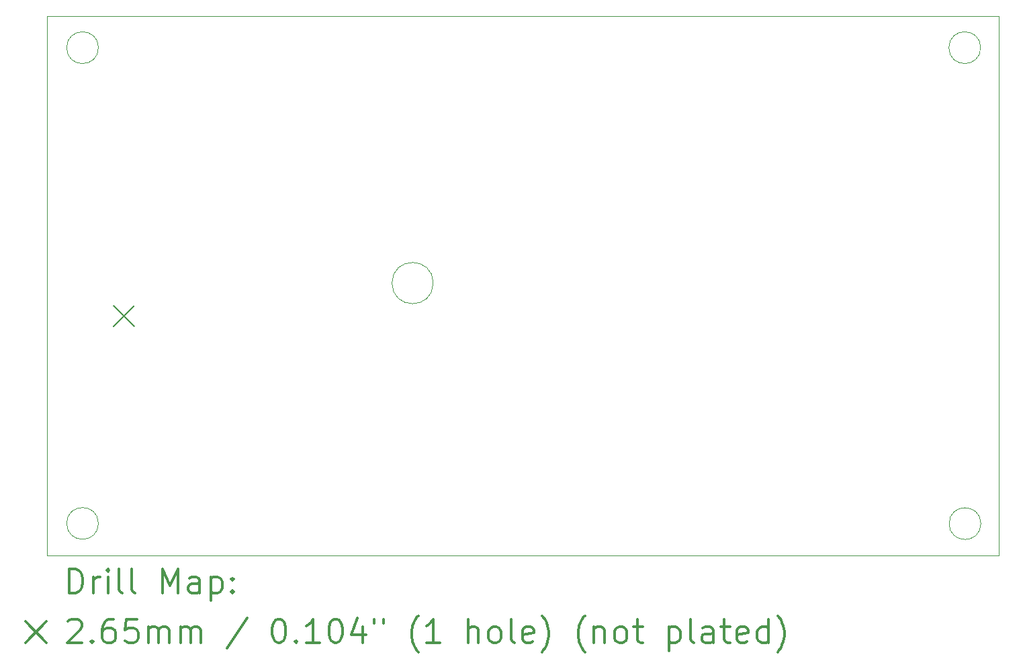
<source format=gbr>
%FSLAX45Y45*%
G04 Gerber Fmt 4.5, Leading zero omitted, Abs format (unit mm)*
G04 Created by KiCad (PCBNEW (5.1.6)-1) date 2022-02-26 06:54:06*
%MOMM*%
%LPD*%
G01*
G04 APERTURE LIST*
%TA.AperFunction,Profile*%
%ADD10C,0.050000*%
%TD*%
%ADD11C,0.200000*%
%ADD12C,0.300000*%
G04 APERTURE END LIST*
D10*
X12469780Y-9576528D02*
G75*
G03*
X12469780Y-9576528I-260000J0D01*
G01*
X8249260Y-12606020D02*
G75*
G03*
X8249260Y-12606020I-200000J0D01*
G01*
X8249260Y-6609080D02*
G75*
G03*
X8249260Y-6609080I-200000J0D01*
G01*
X19372580Y-12608560D02*
G75*
G03*
X19372580Y-12608560I-200000J0D01*
G01*
X19369380Y-6609080D02*
G75*
G03*
X19369380Y-6609080I-200000J0D01*
G01*
X7598640Y-13012870D02*
X19598640Y-13012660D01*
X7598640Y-6212840D02*
X7598640Y-13012870D01*
X19598640Y-6212630D02*
X19598640Y-13012660D01*
X7598640Y-6212840D02*
X19598640Y-6212840D01*
D11*
X8437460Y-9862400D02*
X8702460Y-10127400D01*
X8702460Y-9862400D02*
X8437460Y-10127400D01*
D12*
X7882568Y-13481084D02*
X7882568Y-13181084D01*
X7953997Y-13181084D01*
X7996854Y-13195370D01*
X8025426Y-13223941D01*
X8039711Y-13252513D01*
X8053997Y-13309656D01*
X8053997Y-13352513D01*
X8039711Y-13409656D01*
X8025426Y-13438227D01*
X7996854Y-13466799D01*
X7953997Y-13481084D01*
X7882568Y-13481084D01*
X8182568Y-13481084D02*
X8182568Y-13281084D01*
X8182568Y-13338227D02*
X8196854Y-13309656D01*
X8211140Y-13295370D01*
X8239711Y-13281084D01*
X8268283Y-13281084D01*
X8368283Y-13481084D02*
X8368283Y-13281084D01*
X8368283Y-13181084D02*
X8353997Y-13195370D01*
X8368283Y-13209656D01*
X8382568Y-13195370D01*
X8368283Y-13181084D01*
X8368283Y-13209656D01*
X8553997Y-13481084D02*
X8525426Y-13466799D01*
X8511140Y-13438227D01*
X8511140Y-13181084D01*
X8711140Y-13481084D02*
X8682568Y-13466799D01*
X8668283Y-13438227D01*
X8668283Y-13181084D01*
X9053997Y-13481084D02*
X9053997Y-13181084D01*
X9153997Y-13395370D01*
X9253997Y-13181084D01*
X9253997Y-13481084D01*
X9525426Y-13481084D02*
X9525426Y-13323941D01*
X9511140Y-13295370D01*
X9482568Y-13281084D01*
X9425426Y-13281084D01*
X9396854Y-13295370D01*
X9525426Y-13466799D02*
X9496854Y-13481084D01*
X9425426Y-13481084D01*
X9396854Y-13466799D01*
X9382568Y-13438227D01*
X9382568Y-13409656D01*
X9396854Y-13381084D01*
X9425426Y-13366799D01*
X9496854Y-13366799D01*
X9525426Y-13352513D01*
X9668283Y-13281084D02*
X9668283Y-13581084D01*
X9668283Y-13295370D02*
X9696854Y-13281084D01*
X9753997Y-13281084D01*
X9782568Y-13295370D01*
X9796854Y-13309656D01*
X9811140Y-13338227D01*
X9811140Y-13423941D01*
X9796854Y-13452513D01*
X9782568Y-13466799D01*
X9753997Y-13481084D01*
X9696854Y-13481084D01*
X9668283Y-13466799D01*
X9939711Y-13452513D02*
X9953997Y-13466799D01*
X9939711Y-13481084D01*
X9925426Y-13466799D01*
X9939711Y-13452513D01*
X9939711Y-13481084D01*
X9939711Y-13295370D02*
X9953997Y-13309656D01*
X9939711Y-13323941D01*
X9925426Y-13309656D01*
X9939711Y-13295370D01*
X9939711Y-13323941D01*
X7331140Y-13842870D02*
X7596140Y-14107870D01*
X7596140Y-13842870D02*
X7331140Y-14107870D01*
X7868283Y-13839656D02*
X7882568Y-13825370D01*
X7911140Y-13811084D01*
X7982568Y-13811084D01*
X8011140Y-13825370D01*
X8025426Y-13839656D01*
X8039711Y-13868227D01*
X8039711Y-13896799D01*
X8025426Y-13939656D01*
X7853997Y-14111084D01*
X8039711Y-14111084D01*
X8168283Y-14082513D02*
X8182568Y-14096799D01*
X8168283Y-14111084D01*
X8153997Y-14096799D01*
X8168283Y-14082513D01*
X8168283Y-14111084D01*
X8439711Y-13811084D02*
X8382568Y-13811084D01*
X8353997Y-13825370D01*
X8339711Y-13839656D01*
X8311140Y-13882513D01*
X8296854Y-13939656D01*
X8296854Y-14053941D01*
X8311140Y-14082513D01*
X8325426Y-14096799D01*
X8353997Y-14111084D01*
X8411140Y-14111084D01*
X8439711Y-14096799D01*
X8453997Y-14082513D01*
X8468283Y-14053941D01*
X8468283Y-13982513D01*
X8453997Y-13953941D01*
X8439711Y-13939656D01*
X8411140Y-13925370D01*
X8353997Y-13925370D01*
X8325426Y-13939656D01*
X8311140Y-13953941D01*
X8296854Y-13982513D01*
X8739711Y-13811084D02*
X8596854Y-13811084D01*
X8582568Y-13953941D01*
X8596854Y-13939656D01*
X8625426Y-13925370D01*
X8696854Y-13925370D01*
X8725426Y-13939656D01*
X8739711Y-13953941D01*
X8753997Y-13982513D01*
X8753997Y-14053941D01*
X8739711Y-14082513D01*
X8725426Y-14096799D01*
X8696854Y-14111084D01*
X8625426Y-14111084D01*
X8596854Y-14096799D01*
X8582568Y-14082513D01*
X8882568Y-14111084D02*
X8882568Y-13911084D01*
X8882568Y-13939656D02*
X8896854Y-13925370D01*
X8925426Y-13911084D01*
X8968283Y-13911084D01*
X8996854Y-13925370D01*
X9011140Y-13953941D01*
X9011140Y-14111084D01*
X9011140Y-13953941D02*
X9025426Y-13925370D01*
X9053997Y-13911084D01*
X9096854Y-13911084D01*
X9125426Y-13925370D01*
X9139711Y-13953941D01*
X9139711Y-14111084D01*
X9282568Y-14111084D02*
X9282568Y-13911084D01*
X9282568Y-13939656D02*
X9296854Y-13925370D01*
X9325426Y-13911084D01*
X9368283Y-13911084D01*
X9396854Y-13925370D01*
X9411140Y-13953941D01*
X9411140Y-14111084D01*
X9411140Y-13953941D02*
X9425426Y-13925370D01*
X9453997Y-13911084D01*
X9496854Y-13911084D01*
X9525426Y-13925370D01*
X9539711Y-13953941D01*
X9539711Y-14111084D01*
X10125426Y-13796799D02*
X9868283Y-14182513D01*
X10511140Y-13811084D02*
X10539711Y-13811084D01*
X10568283Y-13825370D01*
X10582568Y-13839656D01*
X10596854Y-13868227D01*
X10611140Y-13925370D01*
X10611140Y-13996799D01*
X10596854Y-14053941D01*
X10582568Y-14082513D01*
X10568283Y-14096799D01*
X10539711Y-14111084D01*
X10511140Y-14111084D01*
X10482568Y-14096799D01*
X10468283Y-14082513D01*
X10453997Y-14053941D01*
X10439711Y-13996799D01*
X10439711Y-13925370D01*
X10453997Y-13868227D01*
X10468283Y-13839656D01*
X10482568Y-13825370D01*
X10511140Y-13811084D01*
X10739711Y-14082513D02*
X10753997Y-14096799D01*
X10739711Y-14111084D01*
X10725426Y-14096799D01*
X10739711Y-14082513D01*
X10739711Y-14111084D01*
X11039711Y-14111084D02*
X10868283Y-14111084D01*
X10953997Y-14111084D02*
X10953997Y-13811084D01*
X10925426Y-13853941D01*
X10896854Y-13882513D01*
X10868283Y-13896799D01*
X11225426Y-13811084D02*
X11253997Y-13811084D01*
X11282568Y-13825370D01*
X11296854Y-13839656D01*
X11311140Y-13868227D01*
X11325426Y-13925370D01*
X11325426Y-13996799D01*
X11311140Y-14053941D01*
X11296854Y-14082513D01*
X11282568Y-14096799D01*
X11253997Y-14111084D01*
X11225426Y-14111084D01*
X11196854Y-14096799D01*
X11182568Y-14082513D01*
X11168283Y-14053941D01*
X11153997Y-13996799D01*
X11153997Y-13925370D01*
X11168283Y-13868227D01*
X11182568Y-13839656D01*
X11196854Y-13825370D01*
X11225426Y-13811084D01*
X11582568Y-13911084D02*
X11582568Y-14111084D01*
X11511140Y-13796799D02*
X11439711Y-14011084D01*
X11625426Y-14011084D01*
X11725426Y-13811084D02*
X11725426Y-13868227D01*
X11839711Y-13811084D02*
X11839711Y-13868227D01*
X12282568Y-14225370D02*
X12268283Y-14211084D01*
X12239711Y-14168227D01*
X12225426Y-14139656D01*
X12211140Y-14096799D01*
X12196854Y-14025370D01*
X12196854Y-13968227D01*
X12211140Y-13896799D01*
X12225426Y-13853941D01*
X12239711Y-13825370D01*
X12268283Y-13782513D01*
X12282568Y-13768227D01*
X12553997Y-14111084D02*
X12382568Y-14111084D01*
X12468283Y-14111084D02*
X12468283Y-13811084D01*
X12439711Y-13853941D01*
X12411140Y-13882513D01*
X12382568Y-13896799D01*
X12911140Y-14111084D02*
X12911140Y-13811084D01*
X13039711Y-14111084D02*
X13039711Y-13953941D01*
X13025426Y-13925370D01*
X12996854Y-13911084D01*
X12953997Y-13911084D01*
X12925426Y-13925370D01*
X12911140Y-13939656D01*
X13225426Y-14111084D02*
X13196854Y-14096799D01*
X13182568Y-14082513D01*
X13168283Y-14053941D01*
X13168283Y-13968227D01*
X13182568Y-13939656D01*
X13196854Y-13925370D01*
X13225426Y-13911084D01*
X13268283Y-13911084D01*
X13296854Y-13925370D01*
X13311140Y-13939656D01*
X13325426Y-13968227D01*
X13325426Y-14053941D01*
X13311140Y-14082513D01*
X13296854Y-14096799D01*
X13268283Y-14111084D01*
X13225426Y-14111084D01*
X13496854Y-14111084D02*
X13468283Y-14096799D01*
X13453997Y-14068227D01*
X13453997Y-13811084D01*
X13725426Y-14096799D02*
X13696854Y-14111084D01*
X13639711Y-14111084D01*
X13611140Y-14096799D01*
X13596854Y-14068227D01*
X13596854Y-13953941D01*
X13611140Y-13925370D01*
X13639711Y-13911084D01*
X13696854Y-13911084D01*
X13725426Y-13925370D01*
X13739711Y-13953941D01*
X13739711Y-13982513D01*
X13596854Y-14011084D01*
X13839711Y-14225370D02*
X13853997Y-14211084D01*
X13882568Y-14168227D01*
X13896854Y-14139656D01*
X13911140Y-14096799D01*
X13925426Y-14025370D01*
X13925426Y-13968227D01*
X13911140Y-13896799D01*
X13896854Y-13853941D01*
X13882568Y-13825370D01*
X13853997Y-13782513D01*
X13839711Y-13768227D01*
X14382568Y-14225370D02*
X14368283Y-14211084D01*
X14339711Y-14168227D01*
X14325426Y-14139656D01*
X14311140Y-14096799D01*
X14296854Y-14025370D01*
X14296854Y-13968227D01*
X14311140Y-13896799D01*
X14325426Y-13853941D01*
X14339711Y-13825370D01*
X14368283Y-13782513D01*
X14382568Y-13768227D01*
X14496854Y-13911084D02*
X14496854Y-14111084D01*
X14496854Y-13939656D02*
X14511140Y-13925370D01*
X14539711Y-13911084D01*
X14582568Y-13911084D01*
X14611140Y-13925370D01*
X14625426Y-13953941D01*
X14625426Y-14111084D01*
X14811140Y-14111084D02*
X14782568Y-14096799D01*
X14768283Y-14082513D01*
X14753997Y-14053941D01*
X14753997Y-13968227D01*
X14768283Y-13939656D01*
X14782568Y-13925370D01*
X14811140Y-13911084D01*
X14853997Y-13911084D01*
X14882568Y-13925370D01*
X14896854Y-13939656D01*
X14911140Y-13968227D01*
X14911140Y-14053941D01*
X14896854Y-14082513D01*
X14882568Y-14096799D01*
X14853997Y-14111084D01*
X14811140Y-14111084D01*
X14996854Y-13911084D02*
X15111140Y-13911084D01*
X15039711Y-13811084D02*
X15039711Y-14068227D01*
X15053997Y-14096799D01*
X15082568Y-14111084D01*
X15111140Y-14111084D01*
X15439711Y-13911084D02*
X15439711Y-14211084D01*
X15439711Y-13925370D02*
X15468283Y-13911084D01*
X15525426Y-13911084D01*
X15553997Y-13925370D01*
X15568283Y-13939656D01*
X15582568Y-13968227D01*
X15582568Y-14053941D01*
X15568283Y-14082513D01*
X15553997Y-14096799D01*
X15525426Y-14111084D01*
X15468283Y-14111084D01*
X15439711Y-14096799D01*
X15753997Y-14111084D02*
X15725426Y-14096799D01*
X15711140Y-14068227D01*
X15711140Y-13811084D01*
X15996854Y-14111084D02*
X15996854Y-13953941D01*
X15982568Y-13925370D01*
X15953997Y-13911084D01*
X15896854Y-13911084D01*
X15868283Y-13925370D01*
X15996854Y-14096799D02*
X15968283Y-14111084D01*
X15896854Y-14111084D01*
X15868283Y-14096799D01*
X15853997Y-14068227D01*
X15853997Y-14039656D01*
X15868283Y-14011084D01*
X15896854Y-13996799D01*
X15968283Y-13996799D01*
X15996854Y-13982513D01*
X16096854Y-13911084D02*
X16211140Y-13911084D01*
X16139711Y-13811084D02*
X16139711Y-14068227D01*
X16153997Y-14096799D01*
X16182568Y-14111084D01*
X16211140Y-14111084D01*
X16425426Y-14096799D02*
X16396854Y-14111084D01*
X16339711Y-14111084D01*
X16311140Y-14096799D01*
X16296854Y-14068227D01*
X16296854Y-13953941D01*
X16311140Y-13925370D01*
X16339711Y-13911084D01*
X16396854Y-13911084D01*
X16425426Y-13925370D01*
X16439711Y-13953941D01*
X16439711Y-13982513D01*
X16296854Y-14011084D01*
X16696854Y-14111084D02*
X16696854Y-13811084D01*
X16696854Y-14096799D02*
X16668283Y-14111084D01*
X16611140Y-14111084D01*
X16582568Y-14096799D01*
X16568283Y-14082513D01*
X16553997Y-14053941D01*
X16553997Y-13968227D01*
X16568283Y-13939656D01*
X16582568Y-13925370D01*
X16611140Y-13911084D01*
X16668283Y-13911084D01*
X16696854Y-13925370D01*
X16811140Y-14225370D02*
X16825426Y-14211084D01*
X16853997Y-14168227D01*
X16868283Y-14139656D01*
X16882568Y-14096799D01*
X16896854Y-14025370D01*
X16896854Y-13968227D01*
X16882568Y-13896799D01*
X16868283Y-13853941D01*
X16853997Y-13825370D01*
X16825426Y-13782513D01*
X16811140Y-13768227D01*
M02*

</source>
